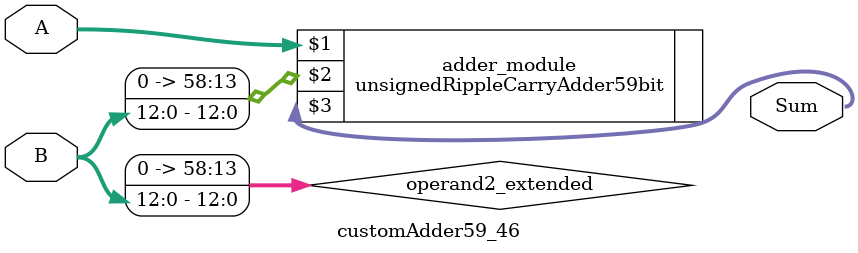
<source format=v>
module customAdder59_46(
                        input [58 : 0] A,
                        input [12 : 0] B,
                        
                        output [59 : 0] Sum
                );

        wire [58 : 0] operand2_extended;
        
        assign operand2_extended =  {46'b0, B};
        
        unsignedRippleCarryAdder59bit adder_module(
            A,
            operand2_extended,
            Sum
        );
        
        endmodule
        
</source>
